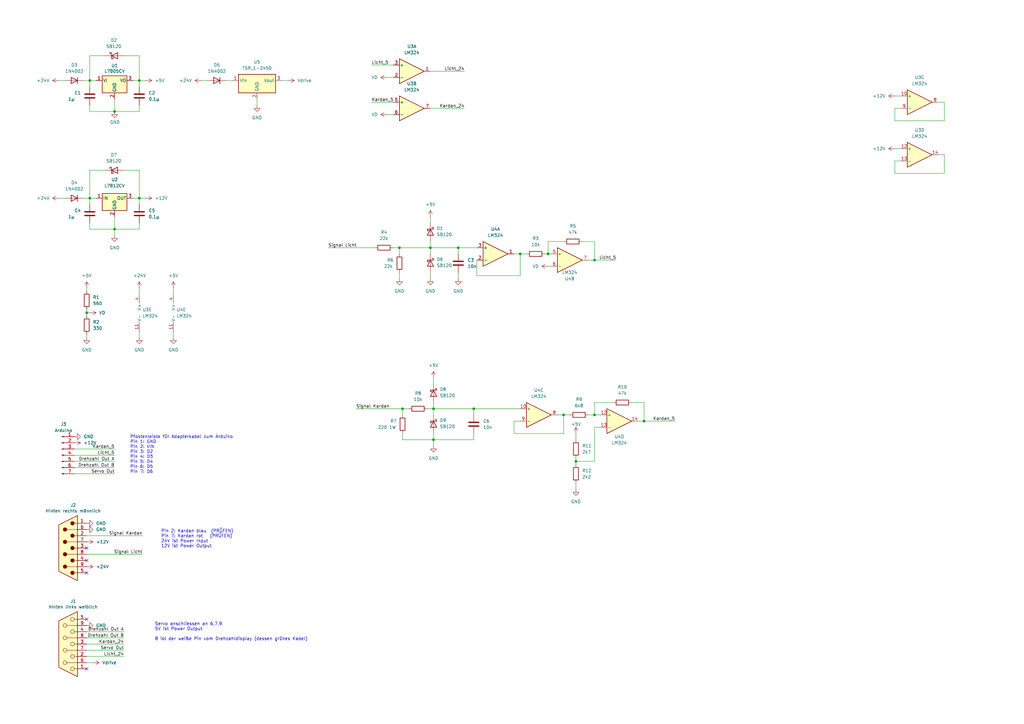
<source format=kicad_sch>
(kicad_sch (version 20211123) (generator eeschema)
  (paper "A3")
  (lib_symbols
    (symbol "Amplifier_Operational:LM324" (pin_names (offset 0.127))
      (property "Reference" "U" (at 0 5.08 0))
      (property "Value" "LM324" (at 0 -5.08 0))
      (symbol "LM324_1_1"
        (polyline (pts (xy -5.08 5.08) (xy 5.08 0) (xy -5.08 -5.08) (xy -5.08 5.08)) (stroke (width 0.254)) (fill (type background)))
        (pin output line (at 7.62 0 180) (length 2.54) (name "~") (number "1"))
        (pin input line (at -7.62 -2.54 0) (length 2.54) (name "-") (number "2"))
        (pin input line (at -7.62 2.54 0) (length 2.54) (name "+") (number "3"))
      )
      (symbol "LM324_2_1"
        (polyline (pts (xy -5.08 5.08) (xy 5.08 0) (xy -5.08 -5.08) (xy -5.08 5.08)) (stroke (width 0.254)) (fill (type background)))
        (pin input line (at -7.62 2.54 0) (length 2.54) (name "+") (number "5"))
        (pin input line (at -7.62 -2.54 0) (length 2.54) (name "-") (number "6"))
        (pin output line (at 7.62 0 180) (length 2.54) (name "~") (number "7"))
      )
      (symbol "LM324_3_1"
        (polyline (pts (xy -5.08 5.08) (xy 5.08 0) (xy -5.08 -5.08) (xy -5.08 5.08)) (stroke (width 0.254)) (fill (type background)))
        (pin input line (at -7.62 2.54 0) (length 2.54) (name "+") (number "10"))
        (pin output line (at 7.62 0 180) (length 2.54) (name "~") (number "8"))
        (pin input line (at -7.62 -2.54 0) (length 2.54) (name "-") (number "9"))
      )
      (symbol "LM324_4_1"
        (polyline (pts (xy -5.08 5.08) (xy 5.08 0) (xy -5.08 -5.08) (xy -5.08 5.08)) (stroke (width 0.254)) (fill (type background)))
        (pin input line (at -7.62 2.54 0) (length 2.54) (name "+") (number "12"))
        (pin input line (at -7.62 -2.54 0) (length 2.54) (name "-") (number "13"))
        (pin output line (at 7.62 0 180) (length 2.54) (name "~") (number "14"))
      )
      (symbol "LM324_5_1"
        (pin power_in line (at -2.54 -7.62 90) (length 3.81) (name "V-") (number "11"))
        (pin power_in line (at -2.54 7.62 270) (length 3.81) (name "V+") (number "4"))
      )
    )
    (symbol "Connector:Conn_01x07_Male" (pin_names (offset 1.016) hide)
      (property "Reference" "J" (at 0 10.16 0))
      (property "Value" "Conn_01x07_Male" (at 0 -10.16 0))
      (symbol "Conn_01x07_Male_1_1"
        (polyline (pts (xy 1.27 -7.62) (xy 0.8636 -7.62)) (stroke (width 0.1524)))
        (polyline (pts (xy 1.27 -5.08) (xy 0.8636 -5.08)) (stroke (width 0.1524)))
        (polyline (pts (xy 1.27 -2.54) (xy 0.8636 -2.54)) (stroke (width 0.1524)))
        (polyline (pts (xy 1.27 0) (xy 0.8636 0)) (stroke (width 0.1524)))
        (polyline (pts (xy 1.27 2.54) (xy 0.8636 2.54)) (stroke (width 0.1524)))
        (polyline (pts (xy 1.27 5.08) (xy 0.8636 5.08)) (stroke (width 0.1524)))
        (polyline (pts (xy 1.27 7.62) (xy 0.8636 7.62)) (stroke (width 0.1524)))
        (rectangle (start 0.8636 -7.493) (end 0 -7.747) (stroke (width 0.1524)) (fill (type outline)))
        (rectangle (start 0.8636 -4.953) (end 0 -5.207) (stroke (width 0.1524)) (fill (type outline)))
        (rectangle (start 0.8636 -2.413) (end 0 -2.667) (stroke (width 0.1524)) (fill (type outline)))
        (rectangle (start 0.8636 0.127) (end 0 -0.127) (stroke (width 0.1524)) (fill (type outline)))
        (rectangle (start 0.8636 2.667) (end 0 2.413) (stroke (width 0.1524)) (fill (type outline)))
        (rectangle (start 0.8636 5.207) (end 0 4.953) (stroke (width 0.1524)) (fill (type outline)))
        (rectangle (start 0.8636 7.747) (end 0 7.493) (stroke (width 0.1524)) (fill (type outline)))
        (pin passive line (at 5.08 7.62 180) (length 3.81) (name "Pin_1") (number "1"))
        (pin passive line (at 5.08 5.08 180) (length 3.81) (name "Pin_2") (number "2"))
        (pin passive line (at 5.08 2.54 180) (length 3.81) (name "Pin_3") (number "3"))
        (pin passive line (at 5.08 0 180) (length 3.81) (name "Pin_4") (number "4"))
        (pin passive line (at 5.08 -2.54 180) (length 3.81) (name "Pin_5") (number "5"))
        (pin passive line (at 5.08 -5.08 180) (length 3.81) (name "Pin_6") (number "6"))
        (pin passive line (at 5.08 -7.62 180) (length 3.81) (name "Pin_7") (number "7"))
      )
    )
    (symbol "Connector:DB9_Female" (pin_names (offset 1.016) hide)
      (property "Reference" "J" (at 0 13.97 0))
      (property "Value" "DB9_Female" (at 0 -14.605 0))
      (symbol "DB9_Female_0_1"
        (circle (center -1.778 -10.16) (radius 0.762))
        (circle (center -1.778 -5.08) (radius 0.762))
        (circle (center -1.778 0) (radius 0.762))
        (circle (center -1.778 5.08) (radius 0.762))
        (circle (center -1.778 10.16) (radius 0.762))
        (polyline (pts (xy -3.81 -10.16) (xy -2.54 -10.16)))
        (polyline (pts (xy -3.81 -7.62) (xy 0.508 -7.62)))
        (polyline (pts (xy -3.81 -5.08) (xy -2.54 -5.08)))
        (polyline (pts (xy -3.81 -2.54) (xy 0.508 -2.54)))
        (polyline (pts (xy -3.81 0) (xy -2.54 0)))
        (polyline (pts (xy -3.81 2.54) (xy 0.508 2.54)))
        (polyline (pts (xy -3.81 5.08) (xy -2.54 5.08)))
        (polyline (pts (xy -3.81 7.62) (xy 0.508 7.62)))
        (polyline (pts (xy -3.81 10.16) (xy -2.54 10.16)))
        (polyline (pts (xy -3.81 13.335) (xy -3.81 -13.335) (xy 3.81 -9.525) (xy 3.81 9.525) (xy -3.81 13.335)) (stroke (width 0.254)) (fill (type background)))
        (circle (center 1.27 -7.62) (radius 0.762))
        (circle (center 1.27 -2.54) (radius 0.762))
        (circle (center 1.27 2.54) (radius 0.762))
        (circle (center 1.27 7.62) (radius 0.762))
      )
      (symbol "DB9_Female_1_1"
        (pin passive line (at -7.62 10.16 0) (length 3.81) (name "1") (number "1"))
        (pin passive line (at -7.62 5.08 0) (length 3.81) (name "2") (number "2"))
        (pin passive line (at -7.62 0 0) (length 3.81) (name "3") (number "3"))
        (pin passive line (at -7.62 -5.08 0) (length 3.81) (name "4") (number "4"))
        (pin passive line (at -7.62 -10.16 0) (length 3.81) (name "5") (number "5"))
        (pin passive line (at -7.62 7.62 0) (length 3.81) (name "6") (number "6"))
        (pin passive line (at -7.62 2.54 0) (length 3.81) (name "7") (number "7"))
        (pin passive line (at -7.62 -2.54 0) (length 3.81) (name "8") (number "8"))
        (pin passive line (at -7.62 -7.62 0) (length 3.81) (name "9") (number "9"))
      )
    )
    (symbol "Connector:DB9_Male" (pin_names (offset 1.016) hide)
      (property "Reference" "J" (at 0 13.97 0))
      (property "Value" "DB9_Male" (at 0 -14.605 0))
      (symbol "DB9_Male_0_1"
        (circle (center -1.778 -10.16) (radius 0.762) (fill (type outline)))
        (circle (center -1.778 -5.08) (radius 0.762) (fill (type outline)))
        (circle (center -1.778 0) (radius 0.762) (fill (type outline)))
        (circle (center -1.778 5.08) (radius 0.762) (fill (type outline)))
        (circle (center -1.778 10.16) (radius 0.762) (fill (type outline)))
        (polyline (pts (xy -3.81 -10.16) (xy -2.54 -10.16)))
        (polyline (pts (xy -3.81 -7.62) (xy 0.508 -7.62)))
        (polyline (pts (xy -3.81 -5.08) (xy -2.54 -5.08)))
        (polyline (pts (xy -3.81 -2.54) (xy 0.508 -2.54)))
        (polyline (pts (xy -3.81 0) (xy -2.54 0)))
        (polyline (pts (xy -3.81 2.54) (xy 0.508 2.54)))
        (polyline (pts (xy -3.81 5.08) (xy -2.54 5.08)))
        (polyline (pts (xy -3.81 7.62) (xy 0.508 7.62)))
        (polyline (pts (xy -3.81 10.16) (xy -2.54 10.16)))
        (polyline (pts (xy -3.81 -13.335) (xy -3.81 13.335) (xy 3.81 9.525) (xy 3.81 -9.525) (xy -3.81 -13.335)) (stroke (width 0.254)) (fill (type background)))
        (circle (center 1.27 -7.62) (radius 0.762) (fill (type outline)))
        (circle (center 1.27 -2.54) (radius 0.762) (fill (type outline)))
        (circle (center 1.27 2.54) (radius 0.762) (fill (type outline)))
        (circle (center 1.27 7.62) (radius 0.762) (fill (type outline)))
      )
      (symbol "DB9_Male_1_1"
        (pin passive line (at -7.62 -10.16 0) (length 3.81) (name "1") (number "1"))
        (pin passive line (at -7.62 -5.08 0) (length 3.81) (name "2") (number "2"))
        (pin passive line (at -7.62 0 0) (length 3.81) (name "3") (number "3"))
        (pin passive line (at -7.62 5.08 0) (length 3.81) (name "4") (number "4"))
        (pin passive line (at -7.62 10.16 0) (length 3.81) (name "5") (number "5"))
        (pin passive line (at -7.62 -7.62 0) (length 3.81) (name "6") (number "6"))
        (pin passive line (at -7.62 -2.54 0) (length 3.81) (name "7") (number "7"))
        (pin passive line (at -7.62 2.54 0) (length 3.81) (name "8") (number "8"))
        (pin passive line (at -7.62 7.62 0) (length 3.81) (name "9") (number "9"))
      )
    )
    (symbol "Device:C" (pin_numbers hide) (pin_names (offset 0.254))
      (property "Reference" "C" (at 0.635 2.54 0))
      (property "Value" "C" (at 0.635 -2.54 0))
      (symbol "C_0_1"
        (polyline (pts (xy -2.032 -0.762) (xy 2.032 -0.762)) (stroke (width 0.508)))
        (polyline (pts (xy -2.032 0.762) (xy 2.032 0.762)) (stroke (width 0.508)))
      )
      (symbol "C_1_1"
        (pin passive line (at 0 3.81 270) (length 2.794) (name "~") (number "1"))
        (pin passive line (at 0 -3.81 90) (length 2.794) (name "~") (number "2"))
      )
    )
    (symbol "Device:D" (pin_numbers hide) (pin_names (offset 1.016) hide)
      (property "Reference" "D" (at 0 2.54 0))
      (property "Value" "D" (at 0 -2.54 0))
      (symbol "D_0_1"
        (polyline (pts (xy -1.27 1.27) (xy -1.27 -1.27)) (stroke (width 0.254)))
        (polyline (pts (xy 1.27 0) (xy -1.27 0)))
        (polyline (pts (xy 1.27 1.27) (xy 1.27 -1.27) (xy -1.27 0) (xy 1.27 1.27)) (stroke (width 0.254)))
      )
      (symbol "D_1_1"
        (pin passive line (at -3.81 0 0) (length 2.54) (name "K") (number "1"))
        (pin passive line (at 3.81 0 180) (length 2.54) (name "A") (number "2"))
      )
    )
    (symbol "Device:D_Schottky" (pin_numbers hide) (pin_names (offset 1.016) hide)
      (property "Reference" "D" (at 0 2.54 0))
      (property "Value" "D_Schottky" (at 0 -2.54 0))
      (symbol "D_Schottky_0_1"
        (polyline (pts (xy 1.27 0) (xy -1.27 0)))
        (polyline (pts (xy 1.27 1.27) (xy 1.27 -1.27) (xy -1.27 0) (xy 1.27 1.27)) (stroke (width 0.254)))
        (polyline (pts (xy -1.905 0.635) (xy -1.905 1.27) (xy -1.27 1.27) (xy -1.27 -1.27) (xy -0.635 -1.27) (xy -0.635 -0.635)) (stroke (width 0.254)))
      )
      (symbol "D_Schottky_1_1"
        (pin passive line (at -3.81 0 0) (length 2.54) (name "K") (number "1"))
        (pin passive line (at 3.81 0 180) (length 2.54) (name "A") (number "2"))
      )
    )
    (symbol "Device:R" (pin_numbers hide) (pin_names (offset 0))
      (property "Reference" "R" (at 2.032 0 90))
      (property "Value" "R" (at 0 0 90))
      (symbol "R_0_1"
        (rectangle (start -1.016 -2.54) (end 1.016 2.54) (stroke (width 0.254)))
      )
      (symbol "R_1_1"
        (pin passive line (at 0 3.81 270) (length 1.27) (name "~") (number "1"))
        (pin passive line (at 0 -3.81 90) (length 1.27) (name "~") (number "2"))
      )
    )
    (symbol "Diode:SB120" (pin_numbers hide) (pin_names (offset 1.016) hide)
      (property "Reference" "D" (at 0 2.54 0))
      (property "Value" "SB120" (at 0 -2.54 0))
      (symbol "SB120_0_1"
        (polyline (pts (xy 1.27 0) (xy -1.27 0)))
        (polyline (pts (xy 1.27 1.27) (xy 1.27 -1.27) (xy -1.27 0) (xy 1.27 1.27)) (stroke (width 0.254)))
        (polyline (pts (xy -1.905 0.635) (xy -1.905 1.27) (xy -1.27 1.27) (xy -1.27 -1.27) (xy -0.635 -1.27) (xy -0.635 -0.635)) (stroke (width 0.254)))
      )
      (symbol "SB120_1_1"
        (pin passive line (at -3.81 0 0) (length 2.54) (name "K") (number "1"))
        (pin passive line (at 3.81 0 180) (length 2.54) (name "A") (number "2"))
      )
    )
    (symbol "Regulator_Linear:L7812" (pin_names (offset 0.254))
      (property "Reference" "U" (at -3.81 3.175 0))
      (property "Value" "L7812" (at 0 3.175 0))
      (symbol "L7812_0_1"
        (rectangle (start -5.08 1.905) (end 5.08 -5.08) (stroke (width 0.254)) (fill (type background)))
      )
      (symbol "L7812_1_1"
        (pin power_in line (at -7.62 0 0) (length 2.54) (name "IN") (number "1"))
        (pin power_in line (at 0 -7.62 90) (length 2.54) (name "GND") (number "2"))
        (pin power_out line (at 7.62 0 180) (length 2.54) (name "OUT") (number "3"))
      )
    )
    (symbol "Regulator_Linear:LM7805_TO220" (pin_names (offset 0.254))
      (property "Reference" "U" (at -3.81 3.175 0))
      (property "Value" "LM7805_TO220" (at 0 3.175 0))
      (symbol "LM7805_TO220_0_1"
        (rectangle (start -5.08 1.905) (end 5.08 -5.08) (stroke (width 0.254)) (fill (type background)))
      )
      (symbol "LM7805_TO220_1_1"
        (pin power_in line (at -7.62 0 0) (length 2.54) (name "VI") (number "1"))
        (pin power_in line (at 0 -7.62 90) (length 2.54) (name "GND") (number "2"))
        (pin power_out line (at 7.62 0 180) (length 2.54) (name "VO") (number "3"))
      )
    )
    (symbol "Regulator_Switching:TSR_1-2450"
      (property "Reference" "U" (at -7.62 6.35 0))
      (property "Value" "TSR_1-2450" (at -1.27 6.35 0))
      (symbol "TSR_1-2450_0_1"
        (rectangle (start -7.62 5.08) (end 7.62 -2.54) (stroke (width 0.254)) (fill (type background)))
      )
      (symbol "TSR_1-2450_1_1"
        (pin power_in line (at -10.16 2.54 0) (length 2.54) (name "Vin") (number "1"))
        (pin power_in line (at 0 -5.08 90) (length 2.54) (name "GND") (number "2"))
        (pin power_out line (at 10.16 2.54 180) (length 2.54) (name "Vout") (number "3"))
      )
    )
    (symbol "power:+12V" (power) (pin_names (offset 0))
      (property "Value" "+12V" (at 0 3.556 0))
      (symbol "+12V_0_1"
        (polyline (pts (xy -0.762 1.27) (xy 0 2.54)))
        (polyline (pts (xy 0 0) (xy 0 2.54)))
        (polyline (pts (xy 0 2.54) (xy 0.762 1.27)))
      )
      (symbol "+12V_1_1"
        (pin power_in line (at 0 0 90) (length 0) hide (name "+12V") (number "1"))
      )
    )
    (symbol "power:+24V" (power) (pin_names (offset 0))
      (property "Value" "+24V" (at 0 3.556 0))
      (symbol "+24V_0_1"
        (polyline (pts (xy -0.762 1.27) (xy 0 2.54)))
        (polyline (pts (xy 0 0) (xy 0 2.54)))
        (polyline (pts (xy 0 2.54) (xy 0.762 1.27)))
      )
      (symbol "+24V_1_1"
        (pin power_in line (at 0 0 90) (length 0) hide (name "+24V") (number "1"))
      )
    )
    (symbol "power:+5V" (power) (pin_names (offset 0))
      (property "Value" "+5V" (at 0 3.556 0))
      (symbol "+5V_0_1"
        (polyline (pts (xy -0.762 1.27) (xy 0 2.54)))
        (polyline (pts (xy 0 0) (xy 0 2.54)))
        (polyline (pts (xy 0 2.54) (xy 0.762 1.27)))
      )
      (symbol "+5V_1_1"
        (pin power_in line (at 0 0 90) (length 0) hide (name "+5V") (number "1"))
      )
    )
    (symbol "power:GND" (power) (pin_names (offset 0))
      (property "Value" "GND" (at 0 -3.81 0))
      (symbol "GND_0_1"
        (polyline (pts (xy 0 0) (xy 0 -1.27) (xy 1.27 -1.27) (xy 0 -2.54) (xy -1.27 -1.27) (xy 0 -1.27)))
      )
      (symbol "GND_1_1"
        (pin power_in line (at 0 0 270) (length 0) hide (name "GND") (number "1"))
      )
    )
    (symbol "power:VD" (power) (pin_names (offset 0))
      (property "Value" "VD" (at 0 3.81 0))
      (symbol "VD_0_1"
        (polyline (pts (xy -0.762 1.27) (xy 0 2.54)))
        (polyline (pts (xy 0 0) (xy 0 2.54)))
        (polyline (pts (xy 0 2.54) (xy 0.762 1.27)))
      )
      (symbol "VD_1_1"
        (pin power_in line (at 0 0 90) (length 0) hide (name "VD") (number "1"))
      )
    )
    (symbol "power:Vdrive" (power) (pin_names (offset 0))
      (property "Value" "Vdrive" (at 0 3.81 0))
      (symbol "Vdrive_0_1"
        (polyline (pts (xy -0.762 1.27) (xy 0 2.54)))
        (polyline (pts (xy 0 0) (xy 0 2.54)))
        (polyline (pts (xy 0 2.54) (xy 0.762 1.27)))
      )
      (symbol "Vdrive_1_1"
        (pin power_in line (at 0 0 90) (length 0) hide (name "Vdrive") (number "1"))
      )
    )
  )
  (junction (at 224.79 104.14))
  (junction (at 187.96 101.6))
  (junction (at 36.83 33.02))
  (junction (at 46.99 93.98))
  (junction (at 57.15 33.02))
  (junction (at 46.99 45.72))
  (junction (at 177.8 180.34))
  (junction (at 163.83 101.6))
  (junction (at 165.1 167.64))
  (junction (at 231.14 170.18))
  (junction (at 57.15 81.28))
  (junction (at 177.8 167.64))
  (junction (at 243.84 170.18))
  (junction (at 213.36 104.14))
  (junction (at 176.53 101.6))
  (junction (at 35.56 128.27))
  (junction (at 264.16 172.72))
  (junction (at 243.84 106.68))
  (junction (at 36.83 81.28))
  (junction (at 236.22 189.23))
  (junction (at 194.31 167.64))
  (no_connect (at 35.56 234.95))
  (no_connect (at 35.56 254))
  (no_connect (at 35.56 229.87))
  (no_connect (at 35.56 224.79))
  (no_connect (at 35.56 274.32))
  (wire (pts (xy 57.15 22.86) (xy 57.15 33.02)))
  (wire (pts (xy 46.99 45.72) (xy 57.15 45.72)))
  (wire (pts (xy 259.08 165.1) (xy 264.16 165.1)))
  (wire (pts (xy 35.56 128.27) (xy 35.56 129.54)))
  (wire (pts (xy 367.03 66.04) (xy 367.03 71.12)))
  (wire (pts (xy 231.14 170.18) (xy 231.14 177.8)))
  (wire (pts (xy 34.29 33.02) (xy 36.83 33.02)))
  (wire (pts (xy 367.03 71.12) (xy 387.35 71.12)))
  (wire (pts (xy 30.48 186.69) (xy 46.99 186.69)))
  (wire (pts (xy 224.79 109.22) (xy 226.06 109.22)))
  (wire (pts (xy 165.1 177.8) (xy 165.1 180.34)))
  (wire (pts (xy 243.84 106.68) (xy 252.73 106.68)))
  (wire (pts (xy 243.84 99.06) (xy 238.76 99.06)))
  (wire (pts (xy 231.14 170.18) (xy 233.68 170.18)))
  (wire (pts (xy 213.36 104.14) (xy 213.36 113.03)))
  (wire (pts (xy 36.83 22.86) (xy 36.83 33.02)))
  (wire (pts (xy 213.36 104.14) (xy 215.9 104.14)))
  (wire (pts (xy 236.22 177.8) (xy 236.22 180.34)))
  (wire (pts (xy 243.84 175.26) (xy 246.38 175.26)))
  (wire (pts (xy 223.52 104.14) (xy 224.79 104.14)))
  (wire (pts (xy 176.53 29.21) (xy 190.5 29.21)))
  (wire (pts (xy 46.99 93.98) (xy 46.99 96.52)))
  (wire (pts (xy 177.8 180.34) (xy 177.8 182.88)))
  (wire (pts (xy 387.35 41.91) (xy 387.35 49.53)))
  (wire (pts (xy 241.3 106.68) (xy 243.84 106.68)))
  (wire (pts (xy 35.56 127) (xy 35.56 128.27)))
  (wire (pts (xy 243.84 175.26) (xy 243.84 189.23)))
  (wire (pts (xy 36.83 43.18) (xy 36.83 45.72)))
  (wire (pts (xy 210.82 172.72) (xy 213.36 172.72)))
  (wire (pts (xy 152.4 26.67) (xy 161.29 26.67)))
  (wire (pts (xy 175.26 167.64) (xy 177.8 167.64)))
  (wire (pts (xy 35.56 264.16) (xy 50.8 264.16)))
  (wire (pts (xy 43.18 22.86) (xy 36.83 22.86)))
  (wire (pts (xy 387.35 49.53) (xy 367.03 49.53)))
  (wire (pts (xy 264.16 172.72) (xy 276.86 172.72)))
  (wire (pts (xy 35.56 261.62) (xy 50.8 261.62)))
  (wire (pts (xy 36.83 91.44) (xy 36.83 93.98)))
  (wire (pts (xy 261.62 172.72) (xy 264.16 172.72)))
  (wire (pts (xy 177.8 167.64) (xy 194.31 167.64)))
  (wire (pts (xy 384.81 41.91) (xy 387.35 41.91)))
  (wire (pts (xy 176.53 101.6) (xy 176.53 104.14)))
  (wire (pts (xy 158.75 46.99) (xy 161.29 46.99)))
  (wire (pts (xy 35.56 266.7) (xy 50.8 266.7)))
  (wire (pts (xy 187.96 101.6) (xy 195.58 101.6)))
  (wire (pts (xy 165.1 167.64) (xy 167.64 167.64)))
  (wire (pts (xy 35.56 271.78) (xy 38.1 271.78)))
  (wire (pts (xy 57.15 45.72) (xy 57.15 43.18)))
  (wire (pts (xy 224.79 104.14) (xy 226.06 104.14)))
  (wire (pts (xy 57.15 91.44) (xy 57.15 93.98)))
  (wire (pts (xy 264.16 165.1) (xy 264.16 172.72)))
  (wire (pts (xy 194.31 167.64) (xy 213.36 167.64)))
  (wire (pts (xy 50.8 69.85) (xy 57.15 69.85)))
  (wire (pts (xy 134.62 101.6) (xy 153.67 101.6)))
  (wire (pts (xy 46.99 40.64) (xy 46.99 45.72)))
  (wire (pts (xy 367.03 39.37) (xy 369.57 39.37)))
  (wire (pts (xy 176.53 99.06) (xy 176.53 101.6)))
  (wire (pts (xy 161.29 101.6) (xy 163.83 101.6)))
  (wire (pts (xy 224.79 99.06) (xy 224.79 104.14)))
  (wire (pts (xy 36.83 33.02) (xy 36.83 35.56)))
  (wire (pts (xy 176.53 88.9) (xy 176.53 91.44)))
  (wire (pts (xy 34.29 81.28) (xy 36.83 81.28)))
  (wire (pts (xy 36.83 81.28) (xy 39.37 81.28)))
  (wire (pts (xy 57.15 135.89) (xy 57.15 138.43)))
  (wire (pts (xy 35.56 259.08) (xy 50.8 259.08)))
  (wire (pts (xy 387.35 63.5) (xy 384.81 63.5)))
  (wire (pts (xy 152.4 41.91) (xy 161.29 41.91)))
  (wire (pts (xy 241.3 170.18) (xy 243.84 170.18)))
  (wire (pts (xy 35.56 269.24) (xy 50.8 269.24)))
  (wire (pts (xy 163.83 101.6) (xy 176.53 101.6)))
  (wire (pts (xy 243.84 165.1) (xy 251.46 165.1)))
  (wire (pts (xy 57.15 81.28) (xy 59.69 81.28)))
  (wire (pts (xy 243.84 170.18) (xy 243.84 165.1)))
  (wire (pts (xy 35.56 227.33) (xy 58.42 227.33)))
  (wire (pts (xy 36.83 93.98) (xy 46.99 93.98)))
  (wire (pts (xy 195.58 113.03) (xy 213.36 113.03)))
  (wire (pts (xy 24.13 33.02) (xy 26.67 33.02)))
  (wire (pts (xy 369.57 66.04) (xy 367.03 66.04)))
  (wire (pts (xy 30.48 189.23) (xy 46.99 189.23)))
  (wire (pts (xy 177.8 180.34) (xy 194.31 180.34)))
  (wire (pts (xy 176.53 44.45) (xy 190.5 44.45)))
  (wire (pts (xy 367.03 44.45) (xy 369.57 44.45)))
  (wire (pts (xy 177.8 177.8) (xy 177.8 180.34)))
  (wire (pts (xy 228.6 170.18) (xy 231.14 170.18)))
  (wire (pts (xy 243.84 170.18) (xy 246.38 170.18)))
  (wire (pts (xy 158.75 31.75) (xy 161.29 31.75)))
  (wire (pts (xy 35.56 118.11) (xy 35.56 119.38)))
  (wire (pts (xy 367.03 49.53) (xy 367.03 44.45)))
  (wire (pts (xy 46.99 88.9) (xy 46.99 93.98)))
  (wire (pts (xy 35.56 219.71) (xy 58.42 219.71)))
  (wire (pts (xy 194.31 167.64) (xy 194.31 170.18)))
  (wire (pts (xy 36.83 69.85) (xy 36.83 81.28)))
  (wire (pts (xy 71.12 118.11) (xy 71.12 120.65)))
  (wire (pts (xy 243.84 106.68) (xy 243.84 99.06)))
  (wire (pts (xy 387.35 71.12) (xy 387.35 63.5)))
  (wire (pts (xy 71.12 135.89) (xy 71.12 138.43)))
  (wire (pts (xy 30.48 194.31) (xy 46.99 194.31)))
  (wire (pts (xy 177.8 154.94) (xy 177.8 157.48)))
  (wire (pts (xy 50.8 22.86) (xy 57.15 22.86)))
  (wire (pts (xy 54.61 81.28) (xy 57.15 81.28)))
  (wire (pts (xy 236.22 189.23) (xy 236.22 190.5)))
  (wire (pts (xy 57.15 81.28) (xy 57.15 83.82)))
  (wire (pts (xy 36.83 33.02) (xy 39.37 33.02)))
  (wire (pts (xy 176.53 101.6) (xy 187.96 101.6)))
  (wire (pts (xy 24.13 81.28) (xy 26.67 81.28)))
  (wire (pts (xy 231.14 99.06) (xy 224.79 99.06)))
  (wire (pts (xy 36.83 45.72) (xy 46.99 45.72)))
  (wire (pts (xy 187.96 101.6) (xy 187.96 104.14)))
  (wire (pts (xy 92.71 33.02) (xy 95.25 33.02)))
  (wire (pts (xy 177.8 167.64) (xy 177.8 170.18)))
  (wire (pts (xy 30.48 184.15) (xy 46.99 184.15)))
  (wire (pts (xy 165.1 167.64) (xy 165.1 170.18)))
  (wire (pts (xy 231.14 177.8) (xy 210.82 177.8)))
  (wire (pts (xy 210.82 172.72) (xy 210.82 177.8)))
  (wire (pts (xy 195.58 106.68) (xy 195.58 113.03)))
  (wire (pts (xy 57.15 81.28) (xy 57.15 69.85)))
  (wire (pts (xy 82.55 33.02) (xy 85.09 33.02)))
  (wire (pts (xy 115.57 33.02) (xy 118.11 33.02)))
  (wire (pts (xy 46.99 93.98) (xy 57.15 93.98)))
  (wire (pts (xy 146.05 167.64) (xy 165.1 167.64)))
  (wire (pts (xy 43.18 69.85) (xy 36.83 69.85)))
  (wire (pts (xy 163.83 111.76) (xy 163.83 114.3)))
  (wire (pts (xy 210.82 104.14) (xy 213.36 104.14)))
  (wire (pts (xy 236.22 198.12) (xy 236.22 200.66)))
  (wire (pts (xy 176.53 111.76) (xy 176.53 114.3)))
  (wire (pts (xy 177.8 180.34) (xy 165.1 180.34)))
  (wire (pts (xy 367.03 60.96) (xy 369.57 60.96)))
  (wire (pts (xy 54.61 33.02) (xy 57.15 33.02)))
  (wire (pts (xy 35.56 137.16) (xy 35.56 138.43)))
  (wire (pts (xy 236.22 189.23) (xy 243.84 189.23)))
  (wire (pts (xy 236.22 187.96) (xy 236.22 189.23)))
  (wire (pts (xy 187.96 111.76) (xy 187.96 114.3)))
  (wire (pts (xy 57.15 118.11) (xy 57.15 120.65)))
  (wire (pts (xy 57.15 33.02) (xy 59.69 33.02)))
  (wire (pts (xy 105.41 40.64) (xy 105.41 43.18)))
  (wire (pts (xy 30.48 191.77) (xy 46.99 191.77)))
  (wire (pts (xy 36.83 83.82) (xy 36.83 81.28)))
  (wire (pts (xy 177.8 167.64) (xy 177.8 165.1)))
  (wire (pts (xy 35.56 128.27) (xy 36.83 128.27)))
  (wire (pts (xy 163.83 101.6) (xy 163.83 104.14)))
  (wire (pts (xy 57.15 33.02) (xy 57.15 35.56)))
  (wire (pts (xy 194.31 177.8) (xy 194.31 180.34)))
  (text "Pfostenleiste für Adapterkabel zum Arduino\nPin 1: GND\nPin 2: VIN\nPin 3: D2\nPin 4: D3\nPin 5: D4\nPin 6: D5\nPin 7: D6" (at 53.34 194.31 0) (effects (font (size 1.27 1.27)) (justify left bottom)))
  (text "Servo anschliessen an 6,7,9\n5V ist Power Output\n\n8 ist der weiße Pin vom Drehzahldisplay (dessen grünes Kabel)" (at 63.5 262.89 0) (effects (font (size 1.27 1.27)) (justify left bottom)))
  (text "Pin 2: Kardan blau  (PRÜFEN)\nPin 7: Kardan rot   (PRÜFEN)\n24V ist Power Input\n12V ist Power Output" (at 66.04 224.79 0) (effects (font (size 1.27 1.27)) (justify left bottom)))
  (label "Kardan_5" (at 276.86 172.72 180))
  (label "Signal Licht" (at 58.42 227.33 180))
  (label "Licht_5" (at 152.4 26.67 0))
  (label "Kardan_5" (at 46.99 184.15 180))
  (label "Signal Licht" (at 134.62 101.6 0))
  (label "Signal Kardan" (at 146.05 167.64 0))
  (label "Drehzahl Out A" (at 46.99 189.23 180))
  (label "Drehzahl Out A" (at 50.8 259.08 180))
  (label "Licht_5" (at 46.99 186.69 180))
  (label "Licht_24" (at 190.5 29.21 180))
  (label "Kardan_24" (at 50.8 264.16 180))
  (label "Drehzahl Out B" (at 50.8 261.62 180))
  (label "Servo Out" (at 50.8 266.7 180))
  (label "Drehzahl Out B" (at 46.99 191.77 180))
  (label "Licht_5" (at 252.73 106.68 180))
  (label "Kardan_24" (at 190.5 44.45 180))
  (label "Kardan_5" (at 152.4 41.91 0))
  (label "Licht_24" (at 50.8 269.24 180))
  (label "Signal Kardan" (at 58.42 219.71 180))
  (label "Servo Out" (at 46.99 194.31 180))
  (symbol (lib_id "Regulator_Linear:LM7805_TO220") (at 46.99 33.02 0) (unit 1)
    (property "Reference" "U1" (at 46.99 26.8732 0))
    (property "Value" "L7805CV" (at 46.99 29.1846 0))
    (property "Footprint" "Package_TO_SOT_THT:TO-220-3_Vertical" (effects hide))
    (property "Datasheet" "https://www.onsemi.cn/PowerSolutions/document/MC7800-D.PDF" (effects hide))
  )
  (symbol (lib_id "power:GND") (at 57.15 138.43 0) (unit 1)
    (property "Reference" "#PWR017" (effects hide))
    (property "Value" "GND" (at 57.15 143.51 0))
  )
  (symbol (lib_id "Connector:DB9_Male") (at 27.94 224.79 180) (unit 1)
    (property "Reference" "J2" (at 30.0228 207.2132 0))
    (property "Value" "Hinten rechts männlich" (at 30.0228 209.5246 0))
    (property "Footprint" "Connector_PinHeader_2.54mm:PinHeader_1x09_P2.54mm_Vertical" (effects hide))
    (property "Datasheet" " ~" (effects hide))
  )
  (symbol (lib_id "Connector:DB9_Female") (at 27.94 264.16 180) (unit 1)
    (property "Reference" "J1" (at 30.0228 246.5832 0))
    (property "Value" "hinten links weiblich" (at 30.0228 248.8946 0))
    (property "Footprint" "Connector_PinHeader_2.54mm:PinHeader_1x09_P2.54mm_Vertical" (effects hide))
    (property "Datasheet" " ~" (effects hide))
  )
  (symbol (lib_id "power:GND") (at 46.99 45.72 0) (unit 1)
    (property "Reference" "#PWR011" (effects hide))
    (property "Value" "GND" (at 47.117 50.1142 0))
  )
  (symbol (lib_id "Device:R") (at 163.83 107.95 0) (mirror y) (unit 1)
    (property "Reference" "R6" (at 158.75 106.68 0) (effects (justify right)))
    (property "Value" "22k" (at 157.48 109.22 0) (effects (justify right)))
    (property "Footprint" "Resistor_THT:R_Axial_DIN0207_L6.3mm_D2.5mm_P10.16mm_Horizontal" (effects hide))
  )
  (symbol (lib_id "Amplifier_Operational:LM324") (at 168.91 44.45 0) (unit 2)
    (property "Reference" "U3" (at 168.91 34.29 0))
    (property "Value" "LM324" (at 168.91 36.83 0))
    (property "Footprint" "Package_DIP:DIP-14_W7.62mm_LongPads" (effects hide))
    (property "Datasheet" "http://www.ti.com/lit/ds/symlink/lm2902-n.pdf" (effects hide))
  )
  (symbol (lib_id "Diode:SB120") (at 46.99 22.86 0) (unit 1)
    (property "Reference" "D2" (at 46.6725 16.51 0))
    (property "Value" "SB120" (at 46.6725 19.05 0))
    (property "Footprint" "Diode_THT:D_DO-41_SOD81_P10.16mm_Horizontal" (effects hide))
    (property "Datasheet" "http://www.diodes.com/_files/datasheets/ds23022.pdf" (effects hide))
  )
  (symbol (lib_id "Connector:Conn_01x07_Male") (at 25.4 186.69 0) (unit 1)
    (property "Reference" "J3" (at 26.035 173.99 0))
    (property "Value" "Arduino" (at 26.035 176.53 0))
    (property "Footprint" "Connector_PinHeader_2.54mm:PinHeader_1x07_P2.54mm_Vertical" (effects hide))
  )
  (symbol (lib_id "Device:R") (at 237.49 170.18 90) (unit 1)
    (property "Reference" "R9" (at 237.49 163.83 90))
    (property "Value" "6k8" (at 237.49 166.37 90))
    (property "Footprint" "Resistor_THT:R_Axial_DIN0207_L6.3mm_D2.5mm_P10.16mm_Horizontal" (effects hide))
  )
  (symbol (lib_id "Device:C") (at 57.15 87.63 0) (unit 1)
    (property "Reference" "C5" (at 60.96 86.3599 0) (effects (justify left)))
    (property "Value" "0,1µ" (at 60.96 88.8999 0) (effects (justify left)))
    (property "Footprint" "Capacitor_THT:C_Disc_D5.1mm_W3.2mm_P5.00mm" (effects hide))
  )
  (symbol (lib_id "power:GND") (at 30.48 179.07 90) (unit 1)
    (property "Reference" "#PWR013" (effects hide))
    (property "Value" "GND" (at 34.29 179.0699 90) (effects (justify right)))
  )
  (symbol (lib_id "power:Vdrive") (at 38.1 271.78 270) (unit 1)
    (property "Reference" "#PWR02" (effects hide))
    (property "Value" "Vdrive" (at 41.91 271.7799 90) (effects (justify left)))
  )
  (symbol (lib_id "power:+24V") (at 82.55 33.02 90) (unit 1)
    (property "Reference" "#PWR04" (effects hide))
    (property "Value" "+24V" (at 78.74 33.0199 90) (effects (justify left)))
  )
  (symbol (lib_id "power:Vdrive") (at 118.11 33.02 270) (unit 1)
    (property "Reference" "#PWR010" (effects hide))
    (property "Value" "Vdrive" (at 121.92 33.0199 90) (effects (justify left)))
  )
  (symbol (lib_id "Regulator_Linear:L7812") (at 46.99 81.28 0) (unit 1)
    (property "Reference" "U2" (at 46.99 73.66 0))
    (property "Value" "L7812CV" (at 46.99 76.2 0))
    (property "Footprint" "Package_TO_SOT_THT:TO-220-3_Vertical" (effects hide))
    (property "Datasheet" "http://www.st.com/content/ccc/resource/technical/document/datasheet/41/4f/b3/b0/12/d4/47/88/CD00000444.pdf/files/CD00000444.pdf/jcr:content/translations/en.CD00000444.pdf" (effects hide))
  )
  (symbol (lib_id "power:GND") (at 105.41 43.18 0) (unit 1)
    (property "Reference" "#PWR05" (effects hide))
    (property "Value" "GND" (at 105.41 48.26 0))
  )
  (symbol (lib_id "Device:D_Schottky") (at 177.8 161.29 270) (unit 1)
    (property "Reference" "D8" (at 180.34 159.7024 90) (effects (justify left)))
    (property "Value" "SB120" (at 180.34 162.2424 90) (effects (justify left)))
    (property "Footprint" "Diode_THT:D_DO-41_SOD81_P10.16mm_Horizontal" (effects hide))
  )
  (symbol (lib_id "power:+12V") (at 30.48 181.61 270) (unit 1)
    (property "Reference" "#PWR014" (effects hide))
    (property "Value" "+12V" (at 34.29 181.6099 90) (effects (justify left)))
  )
  (symbol (lib_id "power:VD") (at 158.75 46.99 90) (unit 1)
    (property "Reference" "#PWR0102" (effects hide))
    (property "Value" "VD" (at 154.94 46.9899 90) (effects (justify left)))
  )
  (symbol (lib_id "power:GND") (at 35.56 138.43 0) (unit 1)
    (property "Reference" "#PWR021" (effects hide))
    (property "Value" "GND" (at 35.56 143.51 0))
  )
  (symbol (lib_id "Amplifier_Operational:LM324") (at 377.19 63.5 0) (unit 4)
    (property "Reference" "U3" (at 377.19 53.34 0))
    (property "Value" "LM324" (at 377.19 55.88 0))
    (property "Footprint" "Package_DIP:DIP-14_W7.62mm_LongPads" (effects hide))
    (property "Datasheet" "http://www.ti.com/lit/ds/symlink/lm2902-n.pdf" (effects hide))
  )
  (symbol (lib_id "Device:C") (at 36.83 39.37 0) (mirror y) (unit 1)
    (property "Reference" "C1" (at 30.48 38.1 0) (effects (justify right)))
    (property "Value" "1µ" (at 27.94 40.64 0) (effects (justify right)))
    (property "Footprint" "Capacitor_THT:C_Disc_D5.1mm_W3.2mm_P5.00mm" (effects hide))
  )
  (symbol (lib_id "power:+12V") (at 367.03 39.37 90) (unit 1)
    (property "Reference" "#PWR036" (effects hide))
    (property "Value" "+12V" (at 363.22 39.3699 90) (effects (justify left)))
  )
  (symbol (lib_id "power:+12V") (at 35.56 222.25 270) (unit 1)
    (property "Reference" "#PWR015" (effects hide))
    (property "Value" "+12V" (at 39.37 222.2499 90) (effects (justify left)))
  )
  (symbol (lib_id "Device:D_Schottky") (at 177.8 173.99 270) (unit 1)
    (property "Reference" "D9" (at 180.34 172.4024 90) (effects (justify left)))
    (property "Value" "SB120" (at 180.34 174.9424 90) (effects (justify left)))
    (property "Footprint" "Diode_THT:D_DO-41_SOD81_P10.16mm_Horizontal" (effects hide))
  )
  (symbol (lib_id "Device:R") (at 35.56 123.19 0) (unit 1)
    (property "Reference" "R1" (at 38.1 121.9199 0) (effects (justify left)))
    (property "Value" "560" (at 38.1 124.4599 0) (effects (justify left)))
    (property "Footprint" "Resistor_THT:R_Axial_DIN0207_L6.3mm_D2.5mm_P10.16mm_Horizontal" (effects hide))
  )
  (symbol (lib_id "Device:R") (at 255.27 165.1 90) (unit 1)
    (property "Reference" "R10" (at 255.27 158.75 90))
    (property "Value" "47k" (at 255.27 161.29 90))
    (property "Footprint" "Resistor_THT:R_Axial_DIN0207_L6.3mm_D2.5mm_P10.16mm_Horizontal" (effects hide))
  )
  (symbol (lib_id "Amplifier_Operational:LM324") (at 220.98 170.18 0) (unit 3)
    (property "Reference" "U4" (at 220.98 160.02 0))
    (property "Value" "LM324" (at 220.98 162.56 0))
    (property "Footprint" "Package_DIP:DIP-14_W7.62mm_LongPads" (effects hide))
    (property "Datasheet" "http://www.ti.com/lit/ds/symlink/lm2902-n.pdf" (effects hide))
  )
  (symbol (lib_id "power:+12V") (at 59.69 81.28 270) (unit 1)
    (property "Reference" "#PWR020" (effects hide))
    (property "Value" "+12V" (at 63.5 81.2799 90) (effects (justify left)))
  )
  (symbol (lib_id "Device:R") (at 171.45 167.64 90) (unit 1)
    (property "Reference" "R8" (at 171.45 161.29 90))
    (property "Value" "10k" (at 171.45 163.83 90))
    (property "Footprint" "Resistor_THT:R_Axial_DIN0207_L6.3mm_D2.5mm_P10.16mm_Horizontal" (effects hide))
  )
  (symbol (lib_id "Amplifier_Operational:LM324") (at 377.19 41.91 0) (unit 3)
    (property "Reference" "U3" (at 377.19 31.75 0))
    (property "Value" "LM324" (at 377.19 34.29 0))
    (property "Footprint" "Package_DIP:DIP-14_W7.62mm_LongPads" (effects hide))
    (property "Datasheet" "http://www.ti.com/lit/ds/symlink/lm2902-n.pdf" (effects hide))
  )
  (symbol (lib_id "power:VD") (at 158.75 31.75 90) (unit 1)
    (property "Reference" "#PWR0101" (effects hide))
    (property "Value" "VD" (at 154.94 31.7499 90) (effects (justify left)))
  )
  (symbol (lib_id "power:VD") (at 224.79 109.22 90) (unit 1)
    (property "Reference" "#PWR0104" (effects hide))
    (property "Value" "VD" (at 220.98 109.2199 90) (effects (justify left)))
  )
  (symbol (lib_id "power:+12V") (at 367.03 60.96 90) (unit 1)
    (property "Reference" "#PWR037" (effects hide))
    (property "Value" "+12V" (at 363.22 60.9599 90) (effects (justify left)))
  )
  (symbol (lib_id "Amplifier_Operational:LM324") (at 59.69 128.27 0) (unit 5)
    (property "Reference" "U3" (at 58.42 126.9999 0) (effects (justify left)))
    (property "Value" "LM324" (at 58.42 129.5399 0) (effects (justify left)))
    (property "Footprint" "Package_DIP:DIP-14_W7.62mm_LongPads" (effects hide))
    (property "Datasheet" "http://www.ti.com/lit/ds/symlink/lm2902-n.pdf" (effects hide))
  )
  (symbol (lib_id "Device:C") (at 57.15 39.37 0) (mirror y) (unit 1)
    (property "Reference" "C2" (at 60.96 38.1 0) (effects (justify right)))
    (property "Value" "0,1µ" (at 60.96 40.64 0) (effects (justify right)))
    (property "Footprint" "Capacitor_THT:C_Disc_D5.1mm_W3.2mm_P5.00mm" (effects hide))
  )
  (symbol (lib_id "Device:D") (at 30.48 81.28 180) (unit 1)
    (property "Reference" "D4" (at 30.48 74.93 0))
    (property "Value" "1N4002" (at 30.48 77.47 0))
    (property "Footprint" "Diode_THT:D_DO-41_SOD81_P7.62mm_Horizontal" (effects hide))
  )
  (symbol (lib_id "power:+24V") (at 24.13 81.28 90) (unit 1)
    (property "Reference" "#PWR08" (effects hide))
    (property "Value" "+24V" (at 20.32 81.2799 90) (effects (justify left)))
  )
  (symbol (lib_id "Device:C") (at 194.31 173.99 0) (unit 1)
    (property "Reference" "C6" (at 198.12 172.7199 0) (effects (justify left)))
    (property "Value" "10n" (at 198.12 175.2599 0) (effects (justify left)))
    (property "Footprint" "Capacitor_THT:C_Disc_D9.0mm_W2.5mm_P5.00mm" (effects hide))
  )
  (symbol (lib_id "Device:C") (at 187.96 107.95 0) (unit 1)
    (property "Reference" "C3" (at 191.77 106.6799 0) (effects (justify left)))
    (property "Value" "10n" (at 191.77 109.2199 0) (effects (justify left)))
    (property "Footprint" "Capacitor_THT:C_Disc_D9.0mm_W2.5mm_P5.00mm" (effects hide))
  )
  (symbol (lib_id "power:+24V") (at 35.56 232.41 270) (unit 1)
    (property "Reference" "#PWR09" (effects hide))
    (property "Value" "+24V" (at 39.37 232.4099 90) (effects (justify left)))
  )
  (symbol (lib_id "power:+24V") (at 57.15 118.11 0) (unit 1)
    (property "Reference" "#PWR018" (effects hide))
    (property "Value" "+24V" (at 54.61 113.03 0) (effects (justify left)))
  )
  (symbol (lib_id "power:GND") (at 35.56 217.17 90) (unit 1)
    (property "Reference" "#PWR07" (effects hide))
    (property "Value" "GND" (at 39.37 217.1699 90) (effects (justify right)))
  )
  (symbol (lib_id "Device:R") (at 236.22 194.31 180) (unit 1)
    (property "Reference" "R12" (at 238.76 193.0399 0) (effects (justify right)))
    (property "Value" "2k2" (at 238.76 195.5799 0) (effects (justify right)))
    (property "Footprint" "Resistor_THT:R_Axial_DIN0207_L6.3mm_D2.5mm_P10.16mm_Horizontal" (effects hide))
  )
  (symbol (lib_id "power:GND") (at 71.12 138.43 0) (unit 1)
    (property "Reference" "#PWR030" (effects hide))
    (property "Value" "GND" (at 71.12 143.51 0))
  )
  (symbol (lib_id "power:GND") (at 177.8 182.88 0) (unit 1)
    (property "Reference" "#PWR025" (effects hide))
    (property "Value" "GND" (at 177.8 187.96 0))
  )
  (symbol (lib_id "power:GND") (at 176.53 114.3 0) (unit 1)
    (property "Reference" "#PWR033" (effects hide))
    (property "Value" "GND" (at 176.53 119.38 0))
  )
  (symbol (lib_id "power:+5V") (at 236.22 177.8 0) (unit 1)
    (property "Reference" "#PWR027" (effects hide))
    (property "Value" "+5V" (at 236.22 173.99 0))
  )
  (symbol (lib_id "Device:D_Schottky") (at 46.99 69.85 0) (unit 1)
    (property "Reference" "D7" (at 46.6725 63.5 0))
    (property "Value" "SB120" (at 46.6725 66.04 0))
    (property "Footprint" "Diode_THT:D_DO-41_SOD81_P10.16mm_Horizontal" (effects hide))
  )
  (symbol (lib_id "power:+5V") (at 71.12 118.11 0) (unit 1)
    (property "Reference" "#PWR029" (effects hide))
    (property "Value" "+5V" (at 71.12 113.03 0))
  )
  (symbol (lib_id "power:GND") (at 35.56 214.63 90) (unit 1)
    (property "Reference" "#PWR06" (effects hide))
    (property "Value" "GND" (at 39.37 214.6299 90) (effects (justify right)))
  )
  (symbol (lib_id "Diode:SB120") (at 176.53 95.25 270) (unit 1)
    (property "Reference" "D1" (at 179.07 93.6624 90) (effects (justify left)))
    (property "Value" "SB120" (at 179.07 96.2024 90) (effects (justify left)))
    (property "Footprint" "Diode_THT:D_DO-41_SOD81_P10.16mm_Horizontal" (effects hide))
    (property "Datasheet" "http://www.diodes.com/_files/datasheets/ds23022.pdf" (effects hide))
  )
  (symbol (lib_id "Device:D") (at 88.9 33.02 180) (unit 1)
    (property "Reference" "D5" (at 88.9 26.67 0))
    (property "Value" "1N4002" (at 88.9 29.21 0))
    (property "Footprint" "Diode_THT:D_DO-41_SOD81_P7.62mm_Horizontal" (effects hide))
  )
  (symbol (lib_id "Amplifier_Operational:LM324") (at 168.91 29.21 0) (unit 1)
    (property "Reference" "U3" (at 168.91 19.05 0))
    (property "Value" "LM324" (at 168.91 21.59 0))
    (property "Footprint" "Package_DIP:DIP-14_W7.62mm_LongPads" (effects hide))
    (property "Datasheet" "http://www.ti.com/lit/ds/symlink/lm2902-n.pdf" (effects hide))
  )
  (symbol (lib_id "power:+5V") (at 177.8 154.94 0) (unit 1)
    (property "Reference" "#PWR026" (effects hide))
    (property "Value" "+5V" (at 177.8 149.86 0))
  )
  (symbol (lib_id "power:GND") (at 187.96 114.3 0) (unit 1)
    (property "Reference" "#PWR035" (effects hide))
    (property "Value" "GND" (at 187.96 119.38 0))
  )
  (symbol (lib_id "Amplifier_Operational:LM324") (at 203.2 104.14 0) (unit 1)
    (property "Reference" "U4" (at 203.2 93.98 0))
    (property "Value" "LM324" (at 203.2 96.52 0))
    (property "Footprint" "Package_DIP:DIP-14_W7.62mm_LongPads" (effects hide))
    (property "Datasheet" "http://www.ti.com/lit/ds/symlink/lm2902-n.pdf" (effects hide))
  )
  (symbol (lib_id "Regulator_Switching:TSR_1-2450") (at 105.41 35.56 0) (unit 1)
    (property "Reference" "U5" (at 105.41 25.4 0))
    (property "Value" "TSR_1-2450" (at 105.41 27.94 0))
    (property "Footprint" "Converter_DCDC:Converter_DCDC_TRACO_TSR-1_THT" (effects hide))
    (property "Datasheet" "http://www.tracopower.com/products/tsr1.pdf" (effects hide))
  )
  (symbol (lib_id "Device:R") (at 165.1 173.99 180) (unit 1)
    (property "Reference" "R7" (at 160.02 172.72 0) (effects (justify right)))
    (property "Value" "220 1W" (at 154.94 175.26 0) (effects (justify right)))
    (property "Footprint" "Resistor_THT:R_Axial_DIN0207_L6.3mm_D2.5mm_P10.16mm_Horizontal" (effects hide))
  )
  (symbol (lib_id "power:+5V") (at 59.69 33.02 270) (unit 1)
    (property "Reference" "#PWR012" (effects hide))
    (property "Value" "+5V" (at 63.5 33.0199 90) (effects (justify left)))
  )
  (symbol (lib_id "Device:C") (at 36.83 87.63 180) (unit 1)
    (property "Reference" "C4" (at 30.48 86.36 0) (effects (justify right)))
    (property "Value" "1µ" (at 27.94 88.9 0) (effects (justify right)))
    (property "Footprint" "Capacitor_THT:C_Disc_D5.1mm_W3.2mm_P5.00mm" (effects hide))
  )
  (symbol (lib_id "Amplifier_Operational:LM324") (at 73.66 128.27 0) (unit 5)
    (property "Reference" "U4" (at 72.39 126.9999 0) (effects (justify left)))
    (property "Value" "LM324" (at 72.39 129.5399 0) (effects (justify left)))
    (property "Footprint" "Package_DIP:DIP-14_W7.62mm_LongPads" (effects hide))
    (property "Datasheet" "http://www.ti.com/lit/ds/symlink/lm2902-n.pdf" (effects hide))
  )
  (symbol (lib_id "power:+5V") (at 176.53 88.9 0) (unit 1)
    (property "Reference" "#PWR034" (effects hide))
    (property "Value" "+5V" (at 176.53 83.82 0))
  )
  (symbol (lib_id "Device:D") (at 30.48 33.02 180) (unit 1)
    (property "Reference" "D3" (at 30.48 26.67 0))
    (property "Value" "1N4002" (at 30.48 29.21 0))
    (property "Footprint" "Diode_THT:D_DO-41_SOD81_P7.62mm_Horizontal" (effects hide))
  )
  (symbol (lib_id "Amplifier_Operational:LM324") (at 233.68 106.68 0) (unit 2)
    (property "Reference" "U4" (at 233.68 114.3 0))
    (property "Value" "LM324" (at 233.68 111.76 0))
    (property "Footprint" "Package_DIP:DIP-14_W7.62mm_LongPads" (effects hide))
    (property "Datasheet" "http://www.ti.com/lit/ds/symlink/lm2902-n.pdf" (effects hide))
  )
  (symbol (lib_id "power:+24V") (at 24.13 33.02 90) (unit 1)
    (property "Reference" "#PWR01" (effects hide))
    (property "Value" "+24V" (at 20.32 33.0199 90) (effects (justify left)))
  )
  (symbol (lib_id "power:GND") (at 46.99 96.52 0) (unit 1)
    (property "Reference" "#PWR016" (effects hide))
    (property "Value" "GND" (at 46.99 101.6 0))
  )
  (symbol (lib_id "Device:R") (at 219.71 104.14 90) (unit 1)
    (property "Reference" "R3" (at 219.71 97.79 90))
    (property "Value" "10k" (at 219.71 100.33 90))
    (property "Footprint" "Resistor_THT:R_Axial_DIN0207_L6.3mm_D2.5mm_P10.16mm_Horizontal" (effects hide))
  )
  (symbol (lib_id "Amplifier_Operational:LM324") (at 254 172.72 0) (unit 4)
    (property "Reference" "U4" (at 254 179.07 0))
    (property "Value" "LM324" (at 254 181.61 0))
    (property "Footprint" "Package_DIP:DIP-14_W7.62mm_LongPads" (effects hide))
    (property "Datasheet" "http://www.ti.com/lit/ds/symlink/lm2902-n.pdf" (effects hide))
  )
  (symbol (lib_id "Device:R") (at 157.48 101.6 90) (unit 1)
    (property "Reference" "R4" (at 157.48 95.25 90))
    (property "Value" "22k" (at 157.48 97.79 90))
    (property "Footprint" "Resistor_THT:R_Axial_DIN0207_L6.3mm_D2.5mm_P10.16mm_Horizontal" (effects hide))
  )
  (symbol (lib_id "power:GND") (at 236.22 200.66 0) (unit 1)
    (property "Reference" "#PWR032" (effects hide))
    (property "Value" "GND" (at 236.22 205.74 0))
  )
  (symbol (lib_id "power:+5V") (at 35.56 118.11 0) (unit 1)
    (property "Reference" "#PWR019" (effects hide))
    (property "Value" "+5V" (at 35.56 113.03 0))
  )
  (symbol (lib_id "power:GND") (at 163.83 114.3 0) (unit 1)
    (property "Reference" "#PWR028" (effects hide))
    (property "Value" "GND" (at 163.83 119.38 0))
  )
  (symbol (lib_id "Device:R") (at 35.56 133.35 0) (unit 1)
    (property "Reference" "R2" (at 38.1 132.0799 0) (effects (justify left)))
    (property "Value" "330" (at 38.1 134.6199 0) (effects (justify left)))
    (property "Footprint" "Resistor_THT:R_Axial_DIN0207_L6.3mm_D2.5mm_P10.16mm_Horizontal" (effects hide))
  )
  (symbol (lib_id "Device:R") (at 234.95 99.06 90) (unit 1)
    (property "Reference" "R5" (at 234.95 92.71 90))
    (property "Value" "47k" (at 234.95 95.25 90))
    (property "Footprint" "Resistor_THT:R_Axial_DIN0207_L6.3mm_D2.5mm_P10.16mm_Horizontal" (effects hide))
  )
  (symbol (lib_id "power:GND") (at 35.56 256.54 90) (unit 1)
    (property "Reference" "#PWR03" (effects hide))
    (property "Value" "GND" (at 39.37 256.5399 90) (effects (justify right)))
  )
  (symbol (lib_id "power:VD") (at 36.83 128.27 270) (mirror x) (unit 1)
    (property "Reference" "#PWR0103" (effects hide))
    (property "Value" "VD" (at 40.64 128.2699 90) (effects (justify left)))
  )
  (symbol (lib_id "Device:R") (at 236.22 184.15 180) (unit 1)
    (property "Reference" "R11" (at 238.76 182.8799 0) (effects (justify right)))
    (property "Value" "2k7" (at 238.76 185.4199 0) (effects (justify right)))
    (property "Footprint" "Resistor_THT:R_Axial_DIN0207_L6.3mm_D2.5mm_P10.16mm_Horizontal" (effects hide))
  )
  (symbol (lib_id "Diode:SB120") (at 176.53 107.95 270) (unit 1)
    (property "Reference" "D6" (at 179.07 106.3624 90) (effects (justify left)))
    (property "Value" "SB120" (at 179.07 108.9024 90) (effects (justify left)))
    (property "Footprint" "Diode_THT:D_DO-41_SOD81_P10.16mm_Horizontal" (effects hide))
    (property "Datasheet" "http://www.diodes.com/_files/datasheets/ds23022.pdf" (effects hide))
  )
)
</source>
